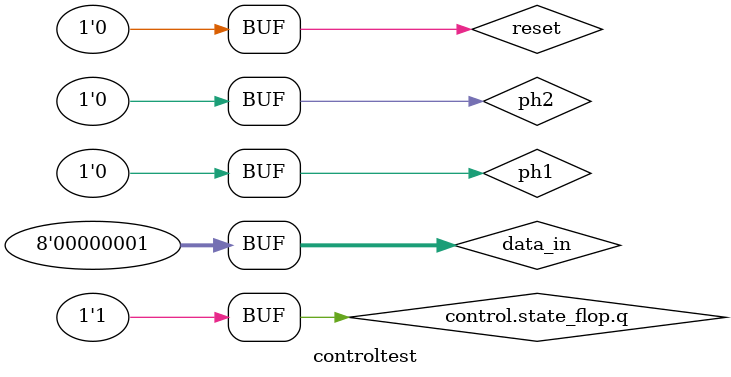
<source format=sv>

`timescale 1 ns / 1 ps

module controltest;
  logic ph1, ph2, reset;
  logic [7:0] data_in, p;
  logic [36:0] controls;
  
  control control(data_in, p, ph1, ph2, reset, controls);
  
  always begin
    ph1 <= 1; #8; ph1 <= 0; #12;
  end
  always begin
    ph2 <= 0; #10; ph2 <= 1; #8; ph2 <= 0; #2;
  end
  
  initial begin
    // start test
    data_in = 8'h1;
    reset = 1;
    #100;
    reset = 0;
    #1;
    control.state_flop.q = 8'd7;
    #19;
    data_in = 8'h1;

  end
endmodule

</source>
